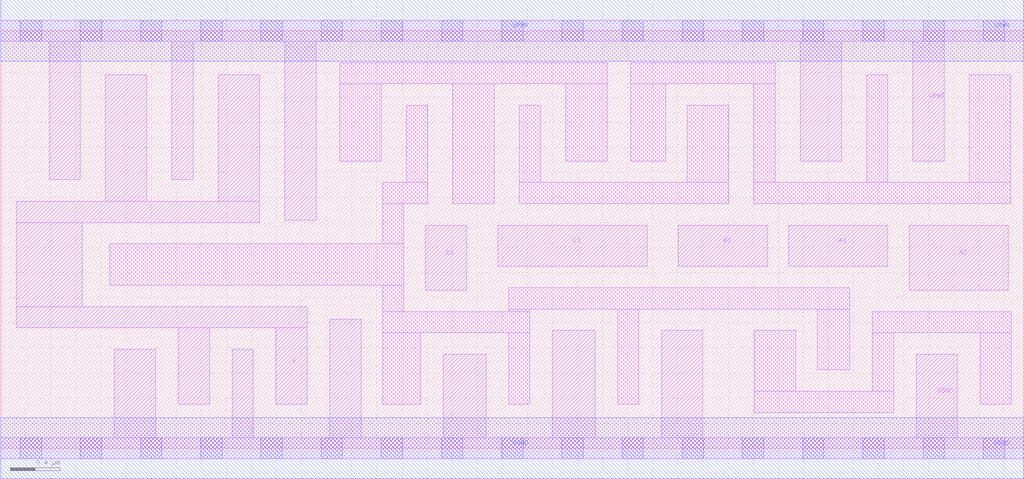
<source format=lef>
# Copyright 2020 The SkyWater PDK Authors
#
# Licensed under the Apache License, Version 2.0 (the "License");
# you may not use this file except in compliance with the License.
# You may obtain a copy of the License at
#
#     https://www.apache.org/licenses/LICENSE-2.0
#
# Unless required by applicable law or agreed to in writing, software
# distributed under the License is distributed on an "AS IS" BASIS,
# WITHOUT WARRANTIES OR CONDITIONS OF ANY KIND, either express or implied.
# See the License for the specific language governing permissions and
# limitations under the License.
#
# SPDX-License-Identifier: Apache-2.0

VERSION 5.7 ;
  NAMESCASESENSITIVE ON ;
  NOWIREEXTENSIONATPIN ON ;
  DIVIDERCHAR "/" ;
  BUSBITCHARS "[]" ;
UNITS
  DATABASE MICRONS 200 ;
END UNITS
MACRO sky130_fd_sc_hs__a2111o_4
  CLASS CORE ;
  SOURCE USER ;
  FOREIGN sky130_fd_sc_hs__a2111o_4 ;
  ORIGIN  0.000000  0.000000 ;
  SIZE  8.160000 BY  3.330000 ;
  SYMMETRY X Y ;
  SITE unit ;
  PIN A1
    ANTENNAGATEAREA  0.492000 ;
    DIRECTION INPUT ;
    USE SIGNAL ;
    PORT
      LAYER li1 ;
        RECT 6.285000 1.450000 7.075000 1.780000 ;
    END
  END A1
  PIN A2
    ANTENNAGATEAREA  0.492000 ;
    DIRECTION INPUT ;
    USE SIGNAL ;
    PORT
      LAYER li1 ;
        RECT 7.245000 1.260000 8.035000 1.780000 ;
    END
  END A2
  PIN B1
    ANTENNAGATEAREA  0.492000 ;
    DIRECTION INPUT ;
    USE SIGNAL ;
    PORT
      LAYER li1 ;
        RECT 5.405000 1.450000 6.115000 1.780000 ;
    END
  END B1
  PIN C1
    ANTENNAGATEAREA  0.492000 ;
    DIRECTION INPUT ;
    USE SIGNAL ;
    PORT
      LAYER li1 ;
        RECT 3.965000 1.450000 5.155000 1.780000 ;
    END
  END C1
  PIN D1
    ANTENNAGATEAREA  0.492000 ;
    DIRECTION INPUT ;
    USE SIGNAL ;
    PORT
      LAYER li1 ;
        RECT 3.385000 1.260000 3.715000 1.780000 ;
    END
  END D1
  PIN X
    ANTENNADIFFAREA  1.086400 ;
    DIRECTION OUTPUT ;
    USE SIGNAL ;
    PORT
      LAYER li1 ;
        RECT 0.125000 0.960000 2.445000 1.130000 ;
        RECT 0.125000 1.130000 0.650000 1.800000 ;
        RECT 0.125000 1.800000 2.065000 1.970000 ;
        RECT 0.835000 1.970000 1.165000 2.980000 ;
        RECT 1.415000 0.350000 1.665000 0.960000 ;
        RECT 1.735000 1.970000 2.065000 2.980000 ;
        RECT 2.195000 0.350000 2.445000 0.960000 ;
    END
  END X
  PIN VGND
    DIRECTION INOUT ;
    USE GROUND ;
    PORT
      LAYER li1 ;
        RECT 0.000000 -0.085000 8.160000 0.085000 ;
        RECT 0.905000  0.085000 1.235000 0.790000 ;
        RECT 1.845000  0.085000 2.015000 0.790000 ;
        RECT 2.625000  0.085000 2.875000 1.030000 ;
        RECT 3.530000  0.085000 3.870000 0.750000 ;
        RECT 4.400000  0.085000 4.740000 0.940000 ;
        RECT 5.270000  0.085000 5.600000 0.940000 ;
        RECT 7.300000  0.085000 7.630000 0.750000 ;
      LAYER mcon ;
        RECT 0.155000 -0.085000 0.325000 0.085000 ;
        RECT 0.635000 -0.085000 0.805000 0.085000 ;
        RECT 1.115000 -0.085000 1.285000 0.085000 ;
        RECT 1.595000 -0.085000 1.765000 0.085000 ;
        RECT 2.075000 -0.085000 2.245000 0.085000 ;
        RECT 2.555000 -0.085000 2.725000 0.085000 ;
        RECT 3.035000 -0.085000 3.205000 0.085000 ;
        RECT 3.515000 -0.085000 3.685000 0.085000 ;
        RECT 3.995000 -0.085000 4.165000 0.085000 ;
        RECT 4.475000 -0.085000 4.645000 0.085000 ;
        RECT 4.955000 -0.085000 5.125000 0.085000 ;
        RECT 5.435000 -0.085000 5.605000 0.085000 ;
        RECT 5.915000 -0.085000 6.085000 0.085000 ;
        RECT 6.395000 -0.085000 6.565000 0.085000 ;
        RECT 6.875000 -0.085000 7.045000 0.085000 ;
        RECT 7.355000 -0.085000 7.525000 0.085000 ;
        RECT 7.835000 -0.085000 8.005000 0.085000 ;
      LAYER met1 ;
        RECT 0.000000 -0.245000 8.160000 0.245000 ;
    END
  END VGND
  PIN VPWR
    DIRECTION INOUT ;
    USE POWER ;
    PORT
      LAYER li1 ;
        RECT 0.000000 3.245000 8.160000 3.415000 ;
        RECT 0.385000 2.140000 0.635000 3.245000 ;
        RECT 1.365000 2.140000 1.535000 3.245000 ;
        RECT 2.265000 1.820000 2.515000 3.245000 ;
        RECT 6.375000 2.290000 6.705000 3.245000 ;
        RECT 7.275000 2.290000 7.525000 3.245000 ;
      LAYER mcon ;
        RECT 0.155000 3.245000 0.325000 3.415000 ;
        RECT 0.635000 3.245000 0.805000 3.415000 ;
        RECT 1.115000 3.245000 1.285000 3.415000 ;
        RECT 1.595000 3.245000 1.765000 3.415000 ;
        RECT 2.075000 3.245000 2.245000 3.415000 ;
        RECT 2.555000 3.245000 2.725000 3.415000 ;
        RECT 3.035000 3.245000 3.205000 3.415000 ;
        RECT 3.515000 3.245000 3.685000 3.415000 ;
        RECT 3.995000 3.245000 4.165000 3.415000 ;
        RECT 4.475000 3.245000 4.645000 3.415000 ;
        RECT 4.955000 3.245000 5.125000 3.415000 ;
        RECT 5.435000 3.245000 5.605000 3.415000 ;
        RECT 5.915000 3.245000 6.085000 3.415000 ;
        RECT 6.395000 3.245000 6.565000 3.415000 ;
        RECT 6.875000 3.245000 7.045000 3.415000 ;
        RECT 7.355000 3.245000 7.525000 3.415000 ;
        RECT 7.835000 3.245000 8.005000 3.415000 ;
      LAYER met1 ;
        RECT 0.000000 3.085000 8.160000 3.575000 ;
    END
  END VPWR
  OBS
    LAYER li1 ;
      RECT 0.870000 1.300000 3.215000 1.630000 ;
      RECT 2.705000 2.290000 3.035000 2.905000 ;
      RECT 2.705000 2.905000 4.835000 3.075000 ;
      RECT 3.045000 0.350000 3.350000 0.920000 ;
      RECT 3.045000 0.920000 4.220000 1.090000 ;
      RECT 3.045000 1.090000 3.215000 1.300000 ;
      RECT 3.045000 1.630000 3.215000 1.950000 ;
      RECT 3.045000 1.950000 3.405000 2.120000 ;
      RECT 3.235000 2.120000 3.405000 2.735000 ;
      RECT 3.605000 1.950000 3.935000 2.905000 ;
      RECT 4.050000 0.350000 4.220000 0.920000 ;
      RECT 4.050000 1.090000 4.220000 1.110000 ;
      RECT 4.050000 1.110000 6.770000 1.280000 ;
      RECT 4.135000 1.950000 5.805000 2.120000 ;
      RECT 4.135000 2.120000 4.305000 2.735000 ;
      RECT 4.505000 2.290000 4.835000 2.905000 ;
      RECT 4.920000 0.350000 5.090000 1.110000 ;
      RECT 5.025000 2.290000 5.305000 2.905000 ;
      RECT 5.025000 2.905000 6.175000 3.075000 ;
      RECT 5.475000 2.120000 5.805000 2.735000 ;
      RECT 6.005000 1.950000 8.055000 2.120000 ;
      RECT 6.005000 2.120000 6.175000 2.905000 ;
      RECT 6.010000 0.285000 7.120000 0.455000 ;
      RECT 6.010000 0.455000 6.340000 0.940000 ;
      RECT 6.510000 0.625000 6.770000 1.110000 ;
      RECT 6.905000 2.120000 7.075000 2.980000 ;
      RECT 6.950000 0.455000 7.120000 0.920000 ;
      RECT 6.950000 0.920000 8.060000 1.090000 ;
      RECT 7.725000 2.120000 8.055000 2.980000 ;
      RECT 7.810000 0.350000 8.060000 0.920000 ;
  END
END sky130_fd_sc_hs__a2111o_4

</source>
